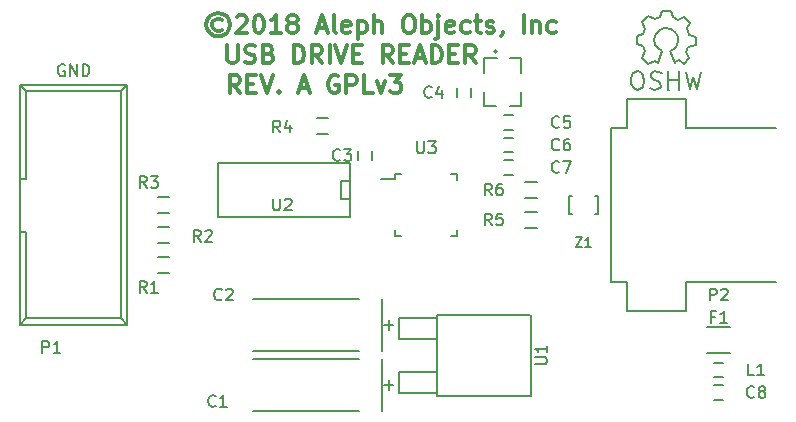
<source format=gbr>
G04 #@! TF.FileFunction,Legend,Top*
%FSLAX46Y46*%
G04 Gerber Fmt 4.6, Leading zero omitted, Abs format (unit mm)*
G04 Created by KiCad (PCBNEW 4.0.5+dfsg1-4) date Thu Feb 15 14:09:15 2018*
%MOMM*%
%LPD*%
G01*
G04 APERTURE LIST*
%ADD10C,0.100000*%
%ADD11C,0.300000*%
%ADD12C,0.200000*%
%ADD13C,0.150000*%
G04 APERTURE END LIST*
D10*
D11*
X155738000Y-90690000D02*
X155595143Y-90618571D01*
X155380857Y-90618571D01*
X155166572Y-90690000D01*
X155023714Y-90832857D01*
X154952286Y-90975714D01*
X154880857Y-91261429D01*
X154880857Y-91475714D01*
X154952286Y-91761429D01*
X155023714Y-91904286D01*
X155166572Y-92047143D01*
X155380857Y-92118571D01*
X155523714Y-92118571D01*
X155738000Y-92047143D01*
X155809429Y-91975714D01*
X155809429Y-91475714D01*
X155523714Y-91475714D01*
X156452286Y-92118571D02*
X156452286Y-90618571D01*
X157023714Y-90618571D01*
X157166572Y-90690000D01*
X157238000Y-90761429D01*
X157309429Y-90904286D01*
X157309429Y-91118571D01*
X157238000Y-91261429D01*
X157166572Y-91332857D01*
X157023714Y-91404286D01*
X156452286Y-91404286D01*
X158666572Y-92118571D02*
X157952286Y-92118571D01*
X157952286Y-90618571D01*
X159023715Y-91118571D02*
X159380858Y-92118571D01*
X159738000Y-91118571D01*
X160166572Y-90618571D02*
X161095143Y-90618571D01*
X160595143Y-91190000D01*
X160809429Y-91190000D01*
X160952286Y-91261429D01*
X161023715Y-91332857D01*
X161095143Y-91475714D01*
X161095143Y-91832857D01*
X161023715Y-91975714D01*
X160952286Y-92047143D01*
X160809429Y-92118571D01*
X160380857Y-92118571D01*
X160238000Y-92047143D01*
X160166572Y-91975714D01*
X147431429Y-92118571D02*
X146931429Y-91404286D01*
X146574286Y-92118571D02*
X146574286Y-90618571D01*
X147145714Y-90618571D01*
X147288572Y-90690000D01*
X147360000Y-90761429D01*
X147431429Y-90904286D01*
X147431429Y-91118571D01*
X147360000Y-91261429D01*
X147288572Y-91332857D01*
X147145714Y-91404286D01*
X146574286Y-91404286D01*
X148074286Y-91332857D02*
X148574286Y-91332857D01*
X148788572Y-92118571D02*
X148074286Y-92118571D01*
X148074286Y-90618571D01*
X148788572Y-90618571D01*
X149217143Y-90618571D02*
X149717143Y-92118571D01*
X150217143Y-90618571D01*
X150717143Y-91975714D02*
X150788571Y-92047143D01*
X150717143Y-92118571D01*
X150645714Y-92047143D01*
X150717143Y-91975714D01*
X150717143Y-92118571D01*
X152502857Y-91690000D02*
X153217143Y-91690000D01*
X152360000Y-92118571D02*
X152860000Y-90618571D01*
X153360000Y-92118571D01*
X146380715Y-88078571D02*
X146380715Y-89292857D01*
X146452143Y-89435714D01*
X146523572Y-89507143D01*
X146666429Y-89578571D01*
X146952143Y-89578571D01*
X147095001Y-89507143D01*
X147166429Y-89435714D01*
X147237858Y-89292857D01*
X147237858Y-88078571D01*
X147880715Y-89507143D02*
X148095001Y-89578571D01*
X148452144Y-89578571D01*
X148595001Y-89507143D01*
X148666430Y-89435714D01*
X148737858Y-89292857D01*
X148737858Y-89150000D01*
X148666430Y-89007143D01*
X148595001Y-88935714D01*
X148452144Y-88864286D01*
X148166430Y-88792857D01*
X148023572Y-88721429D01*
X147952144Y-88650000D01*
X147880715Y-88507143D01*
X147880715Y-88364286D01*
X147952144Y-88221429D01*
X148023572Y-88150000D01*
X148166430Y-88078571D01*
X148523572Y-88078571D01*
X148737858Y-88150000D01*
X149880715Y-88792857D02*
X150095001Y-88864286D01*
X150166429Y-88935714D01*
X150237858Y-89078571D01*
X150237858Y-89292857D01*
X150166429Y-89435714D01*
X150095001Y-89507143D01*
X149952143Y-89578571D01*
X149380715Y-89578571D01*
X149380715Y-88078571D01*
X149880715Y-88078571D01*
X150023572Y-88150000D01*
X150095001Y-88221429D01*
X150166429Y-88364286D01*
X150166429Y-88507143D01*
X150095001Y-88650000D01*
X150023572Y-88721429D01*
X149880715Y-88792857D01*
X149380715Y-88792857D01*
X152023572Y-89578571D02*
X152023572Y-88078571D01*
X152380715Y-88078571D01*
X152595000Y-88150000D01*
X152737858Y-88292857D01*
X152809286Y-88435714D01*
X152880715Y-88721429D01*
X152880715Y-88935714D01*
X152809286Y-89221429D01*
X152737858Y-89364286D01*
X152595000Y-89507143D01*
X152380715Y-89578571D01*
X152023572Y-89578571D01*
X154380715Y-89578571D02*
X153880715Y-88864286D01*
X153523572Y-89578571D02*
X153523572Y-88078571D01*
X154095000Y-88078571D01*
X154237858Y-88150000D01*
X154309286Y-88221429D01*
X154380715Y-88364286D01*
X154380715Y-88578571D01*
X154309286Y-88721429D01*
X154237858Y-88792857D01*
X154095000Y-88864286D01*
X153523572Y-88864286D01*
X155023572Y-89578571D02*
X155023572Y-88078571D01*
X155523572Y-88078571D02*
X156023572Y-89578571D01*
X156523572Y-88078571D01*
X157023572Y-88792857D02*
X157523572Y-88792857D01*
X157737858Y-89578571D02*
X157023572Y-89578571D01*
X157023572Y-88078571D01*
X157737858Y-88078571D01*
X160380715Y-89578571D02*
X159880715Y-88864286D01*
X159523572Y-89578571D02*
X159523572Y-88078571D01*
X160095000Y-88078571D01*
X160237858Y-88150000D01*
X160309286Y-88221429D01*
X160380715Y-88364286D01*
X160380715Y-88578571D01*
X160309286Y-88721429D01*
X160237858Y-88792857D01*
X160095000Y-88864286D01*
X159523572Y-88864286D01*
X161023572Y-88792857D02*
X161523572Y-88792857D01*
X161737858Y-89578571D02*
X161023572Y-89578571D01*
X161023572Y-88078571D01*
X161737858Y-88078571D01*
X162309286Y-89150000D02*
X163023572Y-89150000D01*
X162166429Y-89578571D02*
X162666429Y-88078571D01*
X163166429Y-89578571D01*
X163666429Y-89578571D02*
X163666429Y-88078571D01*
X164023572Y-88078571D01*
X164237857Y-88150000D01*
X164380715Y-88292857D01*
X164452143Y-88435714D01*
X164523572Y-88721429D01*
X164523572Y-88935714D01*
X164452143Y-89221429D01*
X164380715Y-89364286D01*
X164237857Y-89507143D01*
X164023572Y-89578571D01*
X163666429Y-89578571D01*
X165166429Y-88792857D02*
X165666429Y-88792857D01*
X165880715Y-89578571D02*
X165166429Y-89578571D01*
X165166429Y-88078571D01*
X165880715Y-88078571D01*
X167380715Y-89578571D02*
X166880715Y-88864286D01*
X166523572Y-89578571D02*
X166523572Y-88078571D01*
X167095000Y-88078571D01*
X167237858Y-88150000D01*
X167309286Y-88221429D01*
X167380715Y-88364286D01*
X167380715Y-88578571D01*
X167309286Y-88721429D01*
X167237858Y-88792857D01*
X167095000Y-88864286D01*
X166523572Y-88864286D01*
X145885001Y-85895714D02*
X145742143Y-85824286D01*
X145456429Y-85824286D01*
X145313572Y-85895714D01*
X145170715Y-86038571D01*
X145099286Y-86181429D01*
X145099286Y-86467143D01*
X145170715Y-86610000D01*
X145313572Y-86752857D01*
X145456429Y-86824286D01*
X145742143Y-86824286D01*
X145885001Y-86752857D01*
X145599286Y-85324286D02*
X145242143Y-85395714D01*
X144885001Y-85610000D01*
X144670715Y-85967143D01*
X144599286Y-86324286D01*
X144670715Y-86681429D01*
X144885001Y-87038571D01*
X145242143Y-87252857D01*
X145599286Y-87324286D01*
X145956429Y-87252857D01*
X146313572Y-87038571D01*
X146527858Y-86681429D01*
X146599286Y-86324286D01*
X146527858Y-85967143D01*
X146313572Y-85610000D01*
X145956429Y-85395714D01*
X145599286Y-85324286D01*
X147170715Y-85681429D02*
X147242144Y-85610000D01*
X147385001Y-85538571D01*
X147742144Y-85538571D01*
X147885001Y-85610000D01*
X147956430Y-85681429D01*
X148027858Y-85824286D01*
X148027858Y-85967143D01*
X147956430Y-86181429D01*
X147099287Y-87038571D01*
X148027858Y-87038571D01*
X148956429Y-85538571D02*
X149099286Y-85538571D01*
X149242143Y-85610000D01*
X149313572Y-85681429D01*
X149385001Y-85824286D01*
X149456429Y-86110000D01*
X149456429Y-86467143D01*
X149385001Y-86752857D01*
X149313572Y-86895714D01*
X149242143Y-86967143D01*
X149099286Y-87038571D01*
X148956429Y-87038571D01*
X148813572Y-86967143D01*
X148742143Y-86895714D01*
X148670715Y-86752857D01*
X148599286Y-86467143D01*
X148599286Y-86110000D01*
X148670715Y-85824286D01*
X148742143Y-85681429D01*
X148813572Y-85610000D01*
X148956429Y-85538571D01*
X150885000Y-87038571D02*
X150027857Y-87038571D01*
X150456429Y-87038571D02*
X150456429Y-85538571D01*
X150313572Y-85752857D01*
X150170714Y-85895714D01*
X150027857Y-85967143D01*
X151742143Y-86181429D02*
X151599285Y-86110000D01*
X151527857Y-86038571D01*
X151456428Y-85895714D01*
X151456428Y-85824286D01*
X151527857Y-85681429D01*
X151599285Y-85610000D01*
X151742143Y-85538571D01*
X152027857Y-85538571D01*
X152170714Y-85610000D01*
X152242143Y-85681429D01*
X152313571Y-85824286D01*
X152313571Y-85895714D01*
X152242143Y-86038571D01*
X152170714Y-86110000D01*
X152027857Y-86181429D01*
X151742143Y-86181429D01*
X151599285Y-86252857D01*
X151527857Y-86324286D01*
X151456428Y-86467143D01*
X151456428Y-86752857D01*
X151527857Y-86895714D01*
X151599285Y-86967143D01*
X151742143Y-87038571D01*
X152027857Y-87038571D01*
X152170714Y-86967143D01*
X152242143Y-86895714D01*
X152313571Y-86752857D01*
X152313571Y-86467143D01*
X152242143Y-86324286D01*
X152170714Y-86252857D01*
X152027857Y-86181429D01*
X154027856Y-86610000D02*
X154742142Y-86610000D01*
X153884999Y-87038571D02*
X154384999Y-85538571D01*
X154884999Y-87038571D01*
X155599285Y-87038571D02*
X155456427Y-86967143D01*
X155384999Y-86824286D01*
X155384999Y-85538571D01*
X156742141Y-86967143D02*
X156599284Y-87038571D01*
X156313570Y-87038571D01*
X156170713Y-86967143D01*
X156099284Y-86824286D01*
X156099284Y-86252857D01*
X156170713Y-86110000D01*
X156313570Y-86038571D01*
X156599284Y-86038571D01*
X156742141Y-86110000D01*
X156813570Y-86252857D01*
X156813570Y-86395714D01*
X156099284Y-86538571D01*
X157456427Y-86038571D02*
X157456427Y-87538571D01*
X157456427Y-86110000D02*
X157599284Y-86038571D01*
X157884998Y-86038571D01*
X158027855Y-86110000D01*
X158099284Y-86181429D01*
X158170713Y-86324286D01*
X158170713Y-86752857D01*
X158099284Y-86895714D01*
X158027855Y-86967143D01*
X157884998Y-87038571D01*
X157599284Y-87038571D01*
X157456427Y-86967143D01*
X158813570Y-87038571D02*
X158813570Y-85538571D01*
X159456427Y-87038571D02*
X159456427Y-86252857D01*
X159384998Y-86110000D01*
X159242141Y-86038571D01*
X159027856Y-86038571D01*
X158884998Y-86110000D01*
X158813570Y-86181429D01*
X161599284Y-85538571D02*
X161884998Y-85538571D01*
X162027856Y-85610000D01*
X162170713Y-85752857D01*
X162242141Y-86038571D01*
X162242141Y-86538571D01*
X162170713Y-86824286D01*
X162027856Y-86967143D01*
X161884998Y-87038571D01*
X161599284Y-87038571D01*
X161456427Y-86967143D01*
X161313570Y-86824286D01*
X161242141Y-86538571D01*
X161242141Y-86038571D01*
X161313570Y-85752857D01*
X161456427Y-85610000D01*
X161599284Y-85538571D01*
X162884999Y-87038571D02*
X162884999Y-85538571D01*
X162884999Y-86110000D02*
X163027856Y-86038571D01*
X163313570Y-86038571D01*
X163456427Y-86110000D01*
X163527856Y-86181429D01*
X163599285Y-86324286D01*
X163599285Y-86752857D01*
X163527856Y-86895714D01*
X163456427Y-86967143D01*
X163313570Y-87038571D01*
X163027856Y-87038571D01*
X162884999Y-86967143D01*
X164242142Y-86038571D02*
X164242142Y-87324286D01*
X164170713Y-87467143D01*
X164027856Y-87538571D01*
X163956428Y-87538571D01*
X164242142Y-85538571D02*
X164170713Y-85610000D01*
X164242142Y-85681429D01*
X164313570Y-85610000D01*
X164242142Y-85538571D01*
X164242142Y-85681429D01*
X165527856Y-86967143D02*
X165384999Y-87038571D01*
X165099285Y-87038571D01*
X164956428Y-86967143D01*
X164884999Y-86824286D01*
X164884999Y-86252857D01*
X164956428Y-86110000D01*
X165099285Y-86038571D01*
X165384999Y-86038571D01*
X165527856Y-86110000D01*
X165599285Y-86252857D01*
X165599285Y-86395714D01*
X164884999Y-86538571D01*
X166884999Y-86967143D02*
X166742142Y-87038571D01*
X166456428Y-87038571D01*
X166313570Y-86967143D01*
X166242142Y-86895714D01*
X166170713Y-86752857D01*
X166170713Y-86324286D01*
X166242142Y-86181429D01*
X166313570Y-86110000D01*
X166456428Y-86038571D01*
X166742142Y-86038571D01*
X166884999Y-86110000D01*
X167313570Y-86038571D02*
X167884999Y-86038571D01*
X167527856Y-85538571D02*
X167527856Y-86824286D01*
X167599284Y-86967143D01*
X167742142Y-87038571D01*
X167884999Y-87038571D01*
X168313570Y-86967143D02*
X168456427Y-87038571D01*
X168742142Y-87038571D01*
X168884999Y-86967143D01*
X168956427Y-86824286D01*
X168956427Y-86752857D01*
X168884999Y-86610000D01*
X168742142Y-86538571D01*
X168527856Y-86538571D01*
X168384999Y-86467143D01*
X168313570Y-86324286D01*
X168313570Y-86252857D01*
X168384999Y-86110000D01*
X168527856Y-86038571D01*
X168742142Y-86038571D01*
X168884999Y-86110000D01*
X169670713Y-86967143D02*
X169670713Y-87038571D01*
X169599285Y-87181429D01*
X169527856Y-87252857D01*
X171456428Y-87038571D02*
X171456428Y-85538571D01*
X172170714Y-86038571D02*
X172170714Y-87038571D01*
X172170714Y-86181429D02*
X172242142Y-86110000D01*
X172385000Y-86038571D01*
X172599285Y-86038571D01*
X172742142Y-86110000D01*
X172813571Y-86252857D01*
X172813571Y-87038571D01*
X174170714Y-86967143D02*
X174027857Y-87038571D01*
X173742143Y-87038571D01*
X173599285Y-86967143D01*
X173527857Y-86895714D01*
X173456428Y-86752857D01*
X173456428Y-86324286D01*
X173527857Y-86181429D01*
X173599285Y-86110000D01*
X173742143Y-86038571D01*
X174027857Y-86038571D01*
X174170714Y-86110000D01*
D12*
X169172000Y-88586000D02*
G75*
G03X169172000Y-88586000I-100000J0D01*
G01*
D13*
X169172000Y-89186000D02*
X168072000Y-89186000D01*
X168072000Y-89186000D02*
X168072000Y-90386000D01*
X171272000Y-90386000D02*
X171272000Y-89186000D01*
X171272000Y-89186000D02*
X170272000Y-89186000D01*
X169072000Y-93186000D02*
X168072000Y-93186000D01*
X168072000Y-93186000D02*
X168072000Y-91986000D01*
X171272000Y-91986000D02*
X171272000Y-93186000D01*
X171272000Y-93186000D02*
X170272000Y-93186000D01*
X159635000Y-111760000D02*
X160435000Y-111760000D01*
X160035000Y-112160000D02*
X160035000Y-111360000D01*
X148534120Y-113959640D02*
X157535880Y-113959640D01*
X157535880Y-109560360D02*
X148534120Y-109560360D01*
X159438340Y-113959640D02*
X159438340Y-109560360D01*
X159635000Y-116840000D02*
X160435000Y-116840000D01*
X160035000Y-117240000D02*
X160035000Y-116440000D01*
X148534120Y-119039640D02*
X157535880Y-119039640D01*
X157535880Y-114640360D02*
X148534120Y-114640360D01*
X159438340Y-119039640D02*
X159438340Y-114640360D01*
X158588000Y-97059000D02*
X158588000Y-97759000D01*
X157388000Y-97759000D02*
X157388000Y-97059000D01*
X165770000Y-92425000D02*
X165770000Y-91725000D01*
X166970000Y-91725000D02*
X166970000Y-92425000D01*
X169830000Y-94015000D02*
X170530000Y-94015000D01*
X170530000Y-95215000D02*
X169830000Y-95215000D01*
X170530000Y-97120000D02*
X169830000Y-97120000D01*
X169830000Y-95920000D02*
X170530000Y-95920000D01*
X170530000Y-99025000D02*
X169830000Y-99025000D01*
X169830000Y-97825000D02*
X170530000Y-97825000D01*
X186960000Y-111955000D02*
X188960000Y-111955000D01*
X188960000Y-114105000D02*
X186960000Y-114105000D01*
X128800000Y-111760000D02*
X129350000Y-111200000D01*
X128800000Y-91440000D02*
X129350000Y-91980000D01*
X137900000Y-111760000D02*
X137350000Y-111200000D01*
X137900000Y-91440000D02*
X137350000Y-91980000D01*
X137350000Y-111200000D02*
X129350000Y-111200000D01*
X137900000Y-111760000D02*
X128800000Y-111760000D01*
X137350000Y-91980000D02*
X129350000Y-91980000D01*
X137900000Y-91440000D02*
X128800000Y-91440000D01*
X129350000Y-103850000D02*
X128800000Y-103850000D01*
X129350000Y-99350000D02*
X128800000Y-99350000D01*
X129350000Y-103850000D02*
X129350000Y-111200000D01*
X129350000Y-91980000D02*
X129350000Y-99350000D01*
X128800000Y-91440000D02*
X128800000Y-111760000D01*
X137350000Y-91980000D02*
X137350000Y-111200000D01*
X137900000Y-91440000D02*
X137900000Y-111760000D01*
X180240000Y-108100000D02*
X178840000Y-108100000D01*
X180240000Y-95100000D02*
X178840000Y-95100000D01*
X185240000Y-108100000D02*
X185240000Y-110600000D01*
X180240000Y-108100000D02*
X180240000Y-110600000D01*
X180240000Y-95100000D02*
X180240000Y-92600000D01*
X180240000Y-92600000D02*
X185240000Y-92600000D01*
X185240000Y-92600000D02*
X185240000Y-95100000D01*
X185240000Y-95100000D02*
X192840000Y-95100000D01*
X180240000Y-110600000D02*
X185240000Y-110600000D01*
X185240000Y-108100000D02*
X192840000Y-108100000D01*
X178840000Y-95100000D02*
X178840000Y-108100000D01*
X141470000Y-107355000D02*
X140470000Y-107355000D01*
X140470000Y-106005000D02*
X141470000Y-106005000D01*
X141470000Y-104815000D02*
X140470000Y-104815000D01*
X140470000Y-103465000D02*
X141470000Y-103465000D01*
X141470000Y-102275000D02*
X140470000Y-102275000D01*
X140470000Y-100925000D02*
X141470000Y-100925000D01*
X154932000Y-95544000D02*
X153932000Y-95544000D01*
X153932000Y-94194000D02*
X154932000Y-94194000D01*
X172585000Y-103545000D02*
X171585000Y-103545000D01*
X171585000Y-102195000D02*
X172585000Y-102195000D01*
X172585000Y-101005000D02*
X171585000Y-101005000D01*
X171585000Y-99655000D02*
X172585000Y-99655000D01*
X171958000Y-117729000D02*
X170180000Y-117729000D01*
X172085000Y-110871000D02*
X172085000Y-117729000D01*
X164084000Y-110871000D02*
X171958000Y-110871000D01*
X164084000Y-117729000D02*
X164084000Y-110871000D01*
X170180000Y-117729000D02*
X164084000Y-117729000D01*
X160909000Y-112903000D02*
X164084000Y-112903000D01*
X160909000Y-111125000D02*
X160909000Y-112903000D01*
X164084000Y-111125000D02*
X160909000Y-111125000D01*
X160909000Y-117475000D02*
X164084000Y-117475000D01*
X160909000Y-115697000D02*
X160909000Y-117475000D01*
X164084000Y-115697000D02*
X160909000Y-115697000D01*
X177730000Y-102350000D02*
X177480000Y-102350000D01*
X177730000Y-100850000D02*
X177480000Y-100850000D01*
X175330000Y-102350000D02*
X175580000Y-102350000D01*
X175330000Y-100850000D02*
X175580000Y-100850000D01*
X177730000Y-102350000D02*
X177730000Y-100850000D01*
X175330000Y-100850000D02*
X175330000Y-102350000D01*
X187610000Y-116875000D02*
X188310000Y-116875000D01*
X188310000Y-118075000D02*
X187610000Y-118075000D01*
X187610000Y-114970000D02*
X188310000Y-114970000D01*
X188310000Y-116170000D02*
X187610000Y-116170000D01*
X156718000Y-102616000D02*
X145542000Y-102616000D01*
X156718000Y-98044000D02*
X156718000Y-102616000D01*
X145542000Y-98044000D02*
X156718000Y-98044000D01*
X145542000Y-102616000D02*
X145542000Y-98044000D01*
X155956000Y-99568000D02*
X156718000Y-99568000D01*
X155956000Y-101092000D02*
X155956000Y-99568000D01*
X156718000Y-101092000D02*
X155956000Y-101092000D01*
X160570000Y-99400000D02*
X159345000Y-99400000D01*
X165820000Y-98975000D02*
X165310000Y-98975000D01*
X165820000Y-104225000D02*
X165310000Y-104225000D01*
X160570000Y-104225000D02*
X161080000Y-104225000D01*
X160570000Y-98975000D02*
X161080000Y-98975000D01*
X160570000Y-104225000D02*
X160570000Y-103715000D01*
X165820000Y-104225000D02*
X165820000Y-103715000D01*
X165820000Y-98975000D02*
X165820000Y-99485000D01*
X160570000Y-98975000D02*
X160570000Y-99400000D01*
X185183780Y-90319860D02*
X185544460Y-91790520D01*
X185544460Y-91790520D02*
X185823860Y-90728800D01*
X185823860Y-90728800D02*
X186133740Y-91800680D01*
X186133740Y-91800680D02*
X186474100Y-90350340D01*
X183763920Y-91010740D02*
X184553860Y-91000580D01*
X184553860Y-91000580D02*
X184564020Y-91010740D01*
X184564020Y-91010740D02*
X184564020Y-91000580D01*
X184604660Y-90289380D02*
X184604660Y-91831160D01*
X183715660Y-90279220D02*
X183715660Y-91848940D01*
X183715660Y-91848940D02*
X183725820Y-91838780D01*
X183164480Y-90380820D02*
X182813960Y-90299540D01*
X182813960Y-90299540D02*
X182493920Y-90289380D01*
X182493920Y-90289380D02*
X182255160Y-90490040D01*
X182255160Y-90490040D02*
X182224680Y-90759280D01*
X182224680Y-90759280D02*
X182465980Y-91000580D01*
X182465980Y-91000580D02*
X182854600Y-91130120D01*
X182854600Y-91130120D02*
X183034940Y-91290140D01*
X183034940Y-91290140D02*
X183075580Y-91589860D01*
X183075580Y-91589860D02*
X182844440Y-91810840D01*
X182844440Y-91810840D02*
X182524400Y-91838780D01*
X182524400Y-91838780D02*
X182173880Y-91729560D01*
X181135020Y-90279220D02*
X180886100Y-90299540D01*
X180886100Y-90299540D02*
X180644800Y-90540840D01*
X180644800Y-90540840D02*
X180555900Y-91031060D01*
X180555900Y-91031060D02*
X180583840Y-91379040D01*
X180583840Y-91379040D02*
X180784500Y-91699080D01*
X180784500Y-91699080D02*
X181035960Y-91821000D01*
X181035960Y-91821000D02*
X181345840Y-91749880D01*
X181345840Y-91749880D02*
X181564280Y-91569540D01*
X181564280Y-91569540D02*
X181635400Y-91109800D01*
X181635400Y-91109800D02*
X181584600Y-90700860D01*
X181584600Y-90700860D02*
X181475380Y-90418920D01*
X181475380Y-90418920D02*
X181114700Y-90289380D01*
X181734460Y-88559640D02*
X181475380Y-89120980D01*
X181475380Y-89120980D02*
X182013860Y-89639140D01*
X182013860Y-89639140D02*
X182534560Y-89369900D01*
X182534560Y-89369900D02*
X182813960Y-89529920D01*
X184254140Y-89509600D02*
X184584340Y-89319100D01*
X184584340Y-89319100D02*
X185023760Y-89649300D01*
X185023760Y-89649300D02*
X185496200Y-89159080D01*
X185496200Y-89159080D02*
X185214260Y-88679020D01*
X185214260Y-88679020D02*
X185404760Y-88209120D01*
X185404760Y-88209120D02*
X186014360Y-88021160D01*
X186014360Y-88021160D02*
X186014360Y-87340440D01*
X186014360Y-87340440D02*
X185455560Y-87200740D01*
X185455560Y-87200740D02*
X185254900Y-86629240D01*
X185254900Y-86629240D02*
X185524140Y-86159340D01*
X185524140Y-86159340D02*
X185054240Y-85648800D01*
X185054240Y-85648800D02*
X184536080Y-85910420D01*
X184536080Y-85910420D02*
X184066180Y-85709760D01*
X184066180Y-85709760D02*
X183896000Y-85168740D01*
X183896000Y-85168740D02*
X183205120Y-85150960D01*
X183205120Y-85150960D02*
X182994300Y-85699600D01*
X182994300Y-85699600D02*
X182575200Y-85869780D01*
X182575200Y-85869780D02*
X182024020Y-85600540D01*
X182024020Y-85600540D02*
X181505860Y-86128860D01*
X181505860Y-86128860D02*
X181754780Y-86669880D01*
X181754780Y-86669880D02*
X181584600Y-87149940D01*
X181584600Y-87149940D02*
X181035960Y-87249000D01*
X181035960Y-87249000D02*
X181025800Y-87950040D01*
X181025800Y-87950040D02*
X181584600Y-88150700D01*
X181584600Y-88150700D02*
X181724300Y-88549480D01*
X183865520Y-88529160D02*
X184165240Y-88379300D01*
X184165240Y-88379300D02*
X184365900Y-88181180D01*
X184365900Y-88181180D02*
X184515760Y-87779860D01*
X184515760Y-87779860D02*
X184515760Y-87381080D01*
X184515760Y-87381080D02*
X184365900Y-87030560D01*
X184365900Y-87030560D02*
X183913780Y-86680040D01*
X183913780Y-86680040D02*
X183464200Y-86629240D01*
X183464200Y-86629240D02*
X183065420Y-86730840D01*
X183065420Y-86730840D02*
X182664100Y-87078820D01*
X182664100Y-87078820D02*
X182514240Y-87530940D01*
X182514240Y-87530940D02*
X182565040Y-88028780D01*
X182565040Y-88028780D02*
X182813960Y-88331040D01*
X182813960Y-88331040D02*
X183164480Y-88529160D01*
X183164480Y-88529160D02*
X182813960Y-89529920D01*
X183865520Y-88529160D02*
X184264300Y-89529920D01*
X145883334Y-109577143D02*
X145835715Y-109624762D01*
X145692858Y-109672381D01*
X145597620Y-109672381D01*
X145454762Y-109624762D01*
X145359524Y-109529524D01*
X145311905Y-109434286D01*
X145264286Y-109243810D01*
X145264286Y-109100952D01*
X145311905Y-108910476D01*
X145359524Y-108815238D01*
X145454762Y-108720000D01*
X145597620Y-108672381D01*
X145692858Y-108672381D01*
X145835715Y-108720000D01*
X145883334Y-108767619D01*
X146264286Y-108767619D02*
X146311905Y-108720000D01*
X146407143Y-108672381D01*
X146645239Y-108672381D01*
X146740477Y-108720000D01*
X146788096Y-108767619D01*
X146835715Y-108862857D01*
X146835715Y-108958095D01*
X146788096Y-109100952D01*
X146216667Y-109672381D01*
X146835715Y-109672381D01*
X145375334Y-118594143D02*
X145327715Y-118641762D01*
X145184858Y-118689381D01*
X145089620Y-118689381D01*
X144946762Y-118641762D01*
X144851524Y-118546524D01*
X144803905Y-118451286D01*
X144756286Y-118260810D01*
X144756286Y-118117952D01*
X144803905Y-117927476D01*
X144851524Y-117832238D01*
X144946762Y-117737000D01*
X145089620Y-117689381D01*
X145184858Y-117689381D01*
X145327715Y-117737000D01*
X145375334Y-117784619D01*
X146327715Y-118689381D02*
X145756286Y-118689381D01*
X146042000Y-118689381D02*
X146042000Y-117689381D01*
X145946762Y-117832238D01*
X145851524Y-117927476D01*
X145756286Y-117975095D01*
X155916334Y-97766143D02*
X155868715Y-97813762D01*
X155725858Y-97861381D01*
X155630620Y-97861381D01*
X155487762Y-97813762D01*
X155392524Y-97718524D01*
X155344905Y-97623286D01*
X155297286Y-97432810D01*
X155297286Y-97289952D01*
X155344905Y-97099476D01*
X155392524Y-97004238D01*
X155487762Y-96909000D01*
X155630620Y-96861381D01*
X155725858Y-96861381D01*
X155868715Y-96909000D01*
X155916334Y-96956619D01*
X156249667Y-96861381D02*
X156868715Y-96861381D01*
X156535381Y-97242333D01*
X156678239Y-97242333D01*
X156773477Y-97289952D01*
X156821096Y-97337571D01*
X156868715Y-97432810D01*
X156868715Y-97670905D01*
X156821096Y-97766143D01*
X156773477Y-97813762D01*
X156678239Y-97861381D01*
X156392524Y-97861381D01*
X156297286Y-97813762D01*
X156249667Y-97766143D01*
X163663334Y-92432143D02*
X163615715Y-92479762D01*
X163472858Y-92527381D01*
X163377620Y-92527381D01*
X163234762Y-92479762D01*
X163139524Y-92384524D01*
X163091905Y-92289286D01*
X163044286Y-92098810D01*
X163044286Y-91955952D01*
X163091905Y-91765476D01*
X163139524Y-91670238D01*
X163234762Y-91575000D01*
X163377620Y-91527381D01*
X163472858Y-91527381D01*
X163615715Y-91575000D01*
X163663334Y-91622619D01*
X164520477Y-91860714D02*
X164520477Y-92527381D01*
X164282381Y-91479762D02*
X164044286Y-92194048D01*
X164663334Y-92194048D01*
X174458334Y-94972143D02*
X174410715Y-95019762D01*
X174267858Y-95067381D01*
X174172620Y-95067381D01*
X174029762Y-95019762D01*
X173934524Y-94924524D01*
X173886905Y-94829286D01*
X173839286Y-94638810D01*
X173839286Y-94495952D01*
X173886905Y-94305476D01*
X173934524Y-94210238D01*
X174029762Y-94115000D01*
X174172620Y-94067381D01*
X174267858Y-94067381D01*
X174410715Y-94115000D01*
X174458334Y-94162619D01*
X175363096Y-94067381D02*
X174886905Y-94067381D01*
X174839286Y-94543571D01*
X174886905Y-94495952D01*
X174982143Y-94448333D01*
X175220239Y-94448333D01*
X175315477Y-94495952D01*
X175363096Y-94543571D01*
X175410715Y-94638810D01*
X175410715Y-94876905D01*
X175363096Y-94972143D01*
X175315477Y-95019762D01*
X175220239Y-95067381D01*
X174982143Y-95067381D01*
X174886905Y-95019762D01*
X174839286Y-94972143D01*
X174458334Y-96877143D02*
X174410715Y-96924762D01*
X174267858Y-96972381D01*
X174172620Y-96972381D01*
X174029762Y-96924762D01*
X173934524Y-96829524D01*
X173886905Y-96734286D01*
X173839286Y-96543810D01*
X173839286Y-96400952D01*
X173886905Y-96210476D01*
X173934524Y-96115238D01*
X174029762Y-96020000D01*
X174172620Y-95972381D01*
X174267858Y-95972381D01*
X174410715Y-96020000D01*
X174458334Y-96067619D01*
X175315477Y-95972381D02*
X175125000Y-95972381D01*
X175029762Y-96020000D01*
X174982143Y-96067619D01*
X174886905Y-96210476D01*
X174839286Y-96400952D01*
X174839286Y-96781905D01*
X174886905Y-96877143D01*
X174934524Y-96924762D01*
X175029762Y-96972381D01*
X175220239Y-96972381D01*
X175315477Y-96924762D01*
X175363096Y-96877143D01*
X175410715Y-96781905D01*
X175410715Y-96543810D01*
X175363096Y-96448571D01*
X175315477Y-96400952D01*
X175220239Y-96353333D01*
X175029762Y-96353333D01*
X174934524Y-96400952D01*
X174886905Y-96448571D01*
X174839286Y-96543810D01*
X174458334Y-98782143D02*
X174410715Y-98829762D01*
X174267858Y-98877381D01*
X174172620Y-98877381D01*
X174029762Y-98829762D01*
X173934524Y-98734524D01*
X173886905Y-98639286D01*
X173839286Y-98448810D01*
X173839286Y-98305952D01*
X173886905Y-98115476D01*
X173934524Y-98020238D01*
X174029762Y-97925000D01*
X174172620Y-97877381D01*
X174267858Y-97877381D01*
X174410715Y-97925000D01*
X174458334Y-97972619D01*
X174791667Y-97877381D02*
X175458334Y-97877381D01*
X175029762Y-98877381D01*
X187626667Y-111053571D02*
X187293333Y-111053571D01*
X187293333Y-111577381D02*
X187293333Y-110577381D01*
X187769524Y-110577381D01*
X188674286Y-111577381D02*
X188102857Y-111577381D01*
X188388571Y-111577381D02*
X188388571Y-110577381D01*
X188293333Y-110720238D01*
X188198095Y-110815476D01*
X188102857Y-110863095D01*
X130706905Y-114117381D02*
X130706905Y-113117381D01*
X131087858Y-113117381D01*
X131183096Y-113165000D01*
X131230715Y-113212619D01*
X131278334Y-113307857D01*
X131278334Y-113450714D01*
X131230715Y-113545952D01*
X131183096Y-113593571D01*
X131087858Y-113641190D01*
X130706905Y-113641190D01*
X132230715Y-114117381D02*
X131659286Y-114117381D01*
X131945000Y-114117381D02*
X131945000Y-113117381D01*
X131849762Y-113260238D01*
X131754524Y-113355476D01*
X131659286Y-113403095D01*
X187221905Y-109672381D02*
X187221905Y-108672381D01*
X187602858Y-108672381D01*
X187698096Y-108720000D01*
X187745715Y-108767619D01*
X187793334Y-108862857D01*
X187793334Y-109005714D01*
X187745715Y-109100952D01*
X187698096Y-109148571D01*
X187602858Y-109196190D01*
X187221905Y-109196190D01*
X188174286Y-108767619D02*
X188221905Y-108720000D01*
X188317143Y-108672381D01*
X188555239Y-108672381D01*
X188650477Y-108720000D01*
X188698096Y-108767619D01*
X188745715Y-108862857D01*
X188745715Y-108958095D01*
X188698096Y-109100952D01*
X188126667Y-109672381D01*
X188745715Y-109672381D01*
X139533334Y-109037381D02*
X139200000Y-108561190D01*
X138961905Y-109037381D02*
X138961905Y-108037381D01*
X139342858Y-108037381D01*
X139438096Y-108085000D01*
X139485715Y-108132619D01*
X139533334Y-108227857D01*
X139533334Y-108370714D01*
X139485715Y-108465952D01*
X139438096Y-108513571D01*
X139342858Y-108561190D01*
X138961905Y-108561190D01*
X140485715Y-109037381D02*
X139914286Y-109037381D01*
X140200000Y-109037381D02*
X140200000Y-108037381D01*
X140104762Y-108180238D01*
X140009524Y-108275476D01*
X139914286Y-108323095D01*
X144105334Y-104719381D02*
X143772000Y-104243190D01*
X143533905Y-104719381D02*
X143533905Y-103719381D01*
X143914858Y-103719381D01*
X144010096Y-103767000D01*
X144057715Y-103814619D01*
X144105334Y-103909857D01*
X144105334Y-104052714D01*
X144057715Y-104147952D01*
X144010096Y-104195571D01*
X143914858Y-104243190D01*
X143533905Y-104243190D01*
X144486286Y-103814619D02*
X144533905Y-103767000D01*
X144629143Y-103719381D01*
X144867239Y-103719381D01*
X144962477Y-103767000D01*
X145010096Y-103814619D01*
X145057715Y-103909857D01*
X145057715Y-104005095D01*
X145010096Y-104147952D01*
X144438667Y-104719381D01*
X145057715Y-104719381D01*
X139533334Y-100147381D02*
X139200000Y-99671190D01*
X138961905Y-100147381D02*
X138961905Y-99147381D01*
X139342858Y-99147381D01*
X139438096Y-99195000D01*
X139485715Y-99242619D01*
X139533334Y-99337857D01*
X139533334Y-99480714D01*
X139485715Y-99575952D01*
X139438096Y-99623571D01*
X139342858Y-99671190D01*
X138961905Y-99671190D01*
X139866667Y-99147381D02*
X140485715Y-99147381D01*
X140152381Y-99528333D01*
X140295239Y-99528333D01*
X140390477Y-99575952D01*
X140438096Y-99623571D01*
X140485715Y-99718810D01*
X140485715Y-99956905D01*
X140438096Y-100052143D01*
X140390477Y-100099762D01*
X140295239Y-100147381D01*
X140009524Y-100147381D01*
X139914286Y-100099762D01*
X139866667Y-100052143D01*
X150836334Y-95448381D02*
X150503000Y-94972190D01*
X150264905Y-95448381D02*
X150264905Y-94448381D01*
X150645858Y-94448381D01*
X150741096Y-94496000D01*
X150788715Y-94543619D01*
X150836334Y-94638857D01*
X150836334Y-94781714D01*
X150788715Y-94876952D01*
X150741096Y-94924571D01*
X150645858Y-94972190D01*
X150264905Y-94972190D01*
X151693477Y-94781714D02*
X151693477Y-95448381D01*
X151455381Y-94400762D02*
X151217286Y-95115048D01*
X151836334Y-95115048D01*
X168743334Y-103322381D02*
X168410000Y-102846190D01*
X168171905Y-103322381D02*
X168171905Y-102322381D01*
X168552858Y-102322381D01*
X168648096Y-102370000D01*
X168695715Y-102417619D01*
X168743334Y-102512857D01*
X168743334Y-102655714D01*
X168695715Y-102750952D01*
X168648096Y-102798571D01*
X168552858Y-102846190D01*
X168171905Y-102846190D01*
X169648096Y-102322381D02*
X169171905Y-102322381D01*
X169124286Y-102798571D01*
X169171905Y-102750952D01*
X169267143Y-102703333D01*
X169505239Y-102703333D01*
X169600477Y-102750952D01*
X169648096Y-102798571D01*
X169695715Y-102893810D01*
X169695715Y-103131905D01*
X169648096Y-103227143D01*
X169600477Y-103274762D01*
X169505239Y-103322381D01*
X169267143Y-103322381D01*
X169171905Y-103274762D01*
X169124286Y-103227143D01*
X168743334Y-100782381D02*
X168410000Y-100306190D01*
X168171905Y-100782381D02*
X168171905Y-99782381D01*
X168552858Y-99782381D01*
X168648096Y-99830000D01*
X168695715Y-99877619D01*
X168743334Y-99972857D01*
X168743334Y-100115714D01*
X168695715Y-100210952D01*
X168648096Y-100258571D01*
X168552858Y-100306190D01*
X168171905Y-100306190D01*
X169600477Y-99782381D02*
X169410000Y-99782381D01*
X169314762Y-99830000D01*
X169267143Y-99877619D01*
X169171905Y-100020476D01*
X169124286Y-100210952D01*
X169124286Y-100591905D01*
X169171905Y-100687143D01*
X169219524Y-100734762D01*
X169314762Y-100782381D01*
X169505239Y-100782381D01*
X169600477Y-100734762D01*
X169648096Y-100687143D01*
X169695715Y-100591905D01*
X169695715Y-100353810D01*
X169648096Y-100258571D01*
X169600477Y-100210952D01*
X169505239Y-100163333D01*
X169314762Y-100163333D01*
X169219524Y-100210952D01*
X169171905Y-100258571D01*
X169124286Y-100353810D01*
X172426381Y-115061905D02*
X173235905Y-115061905D01*
X173331143Y-115014286D01*
X173378762Y-114966667D01*
X173426381Y-114871429D01*
X173426381Y-114680952D01*
X173378762Y-114585714D01*
X173331143Y-114538095D01*
X173235905Y-114490476D01*
X172426381Y-114490476D01*
X173426381Y-113490476D02*
X173426381Y-114061905D01*
X173426381Y-113776191D02*
X172426381Y-113776191D01*
X172569238Y-113871429D01*
X172664476Y-113966667D01*
X172712095Y-114061905D01*
X175882381Y-104336905D02*
X176415714Y-104336905D01*
X175882381Y-105136905D01*
X176415714Y-105136905D01*
X177139524Y-105136905D02*
X176682381Y-105136905D01*
X176910952Y-105136905D02*
X176910952Y-104336905D01*
X176834762Y-104451190D01*
X176758571Y-104527381D01*
X176682381Y-104565476D01*
X190968334Y-117832143D02*
X190920715Y-117879762D01*
X190777858Y-117927381D01*
X190682620Y-117927381D01*
X190539762Y-117879762D01*
X190444524Y-117784524D01*
X190396905Y-117689286D01*
X190349286Y-117498810D01*
X190349286Y-117355952D01*
X190396905Y-117165476D01*
X190444524Y-117070238D01*
X190539762Y-116975000D01*
X190682620Y-116927381D01*
X190777858Y-116927381D01*
X190920715Y-116975000D01*
X190968334Y-117022619D01*
X191539762Y-117355952D02*
X191444524Y-117308333D01*
X191396905Y-117260714D01*
X191349286Y-117165476D01*
X191349286Y-117117857D01*
X191396905Y-117022619D01*
X191444524Y-116975000D01*
X191539762Y-116927381D01*
X191730239Y-116927381D01*
X191825477Y-116975000D01*
X191873096Y-117022619D01*
X191920715Y-117117857D01*
X191920715Y-117165476D01*
X191873096Y-117260714D01*
X191825477Y-117308333D01*
X191730239Y-117355952D01*
X191539762Y-117355952D01*
X191444524Y-117403571D01*
X191396905Y-117451190D01*
X191349286Y-117546429D01*
X191349286Y-117736905D01*
X191396905Y-117832143D01*
X191444524Y-117879762D01*
X191539762Y-117927381D01*
X191730239Y-117927381D01*
X191825477Y-117879762D01*
X191873096Y-117832143D01*
X191920715Y-117736905D01*
X191920715Y-117546429D01*
X191873096Y-117451190D01*
X191825477Y-117403571D01*
X191730239Y-117355952D01*
X132588096Y-89730000D02*
X132492858Y-89682381D01*
X132350001Y-89682381D01*
X132207143Y-89730000D01*
X132111905Y-89825238D01*
X132064286Y-89920476D01*
X132016667Y-90110952D01*
X132016667Y-90253810D01*
X132064286Y-90444286D01*
X132111905Y-90539524D01*
X132207143Y-90634762D01*
X132350001Y-90682381D01*
X132445239Y-90682381D01*
X132588096Y-90634762D01*
X132635715Y-90587143D01*
X132635715Y-90253810D01*
X132445239Y-90253810D01*
X133064286Y-90682381D02*
X133064286Y-89682381D01*
X133635715Y-90682381D01*
X133635715Y-89682381D01*
X134111905Y-90682381D02*
X134111905Y-89682381D01*
X134350000Y-89682381D01*
X134492858Y-89730000D01*
X134588096Y-89825238D01*
X134635715Y-89920476D01*
X134683334Y-90110952D01*
X134683334Y-90253810D01*
X134635715Y-90444286D01*
X134588096Y-90539524D01*
X134492858Y-90634762D01*
X134350000Y-90682381D01*
X134111905Y-90682381D01*
X190968334Y-116022381D02*
X190492143Y-116022381D01*
X190492143Y-115022381D01*
X191825477Y-116022381D02*
X191254048Y-116022381D01*
X191539762Y-116022381D02*
X191539762Y-115022381D01*
X191444524Y-115165238D01*
X191349286Y-115260476D01*
X191254048Y-115308095D01*
X150241095Y-101052381D02*
X150241095Y-101861905D01*
X150288714Y-101957143D01*
X150336333Y-102004762D01*
X150431571Y-102052381D01*
X150622048Y-102052381D01*
X150717286Y-102004762D01*
X150764905Y-101957143D01*
X150812524Y-101861905D01*
X150812524Y-101052381D01*
X151241095Y-101147619D02*
X151288714Y-101100000D01*
X151383952Y-101052381D01*
X151622048Y-101052381D01*
X151717286Y-101100000D01*
X151764905Y-101147619D01*
X151812524Y-101242857D01*
X151812524Y-101338095D01*
X151764905Y-101480952D01*
X151193476Y-102052381D01*
X151812524Y-102052381D01*
X162433095Y-96202381D02*
X162433095Y-97011905D01*
X162480714Y-97107143D01*
X162528333Y-97154762D01*
X162623571Y-97202381D01*
X162814048Y-97202381D01*
X162909286Y-97154762D01*
X162956905Y-97107143D01*
X163004524Y-97011905D01*
X163004524Y-96202381D01*
X163385476Y-96202381D02*
X164004524Y-96202381D01*
X163671190Y-96583333D01*
X163814048Y-96583333D01*
X163909286Y-96630952D01*
X163956905Y-96678571D01*
X164004524Y-96773810D01*
X164004524Y-97011905D01*
X163956905Y-97107143D01*
X163909286Y-97154762D01*
X163814048Y-97202381D01*
X163528333Y-97202381D01*
X163433095Y-97154762D01*
X163385476Y-97107143D01*
M02*

</source>
